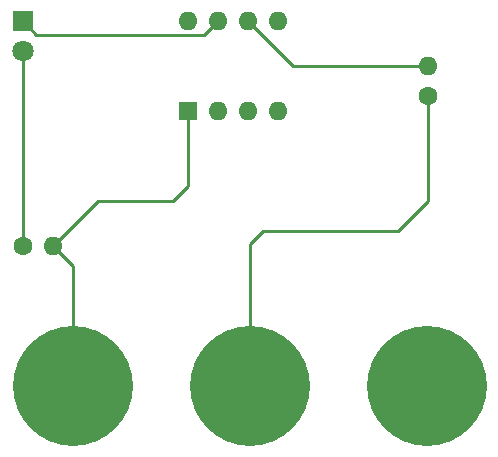
<source format=gtl>
%TF.GenerationSoftware,KiCad,Pcbnew,(5.1.10-1-10_14)*%
%TF.CreationDate,2022-02-21T01:09:22+09:00*%
%TF.ProjectId,SS60,53533630-2e6b-4696-9361-645f70636258,rev?*%
%TF.SameCoordinates,Original*%
%TF.FileFunction,Copper,L1,Top*%
%TF.FilePolarity,Positive*%
%FSLAX46Y46*%
G04 Gerber Fmt 4.6, Leading zero omitted, Abs format (unit mm)*
G04 Created by KiCad (PCBNEW (5.1.10-1-10_14)) date 2022-02-21 01:09:22*
%MOMM*%
%LPD*%
G01*
G04 APERTURE LIST*
%TA.AperFunction,ComponentPad*%
%ADD10R,1.800000X1.800000*%
%TD*%
%TA.AperFunction,ComponentPad*%
%ADD11C,1.800000*%
%TD*%
%TA.AperFunction,ComponentPad*%
%ADD12C,10.160000*%
%TD*%
%TA.AperFunction,ComponentPad*%
%ADD13C,1.600000*%
%TD*%
%TA.AperFunction,ComponentPad*%
%ADD14O,1.600000X1.600000*%
%TD*%
%TA.AperFunction,ComponentPad*%
%ADD15R,1.600000X1.600000*%
%TD*%
%TA.AperFunction,Conductor*%
%ADD16C,0.250000*%
%TD*%
G04 APERTURE END LIST*
D10*
%TO.P,D1,1*%
%TO.N,/uCtoLED*%
X115570000Y-69850000D03*
D11*
%TO.P,D1,2*%
%TO.N,/LEDtoR*%
X115570000Y-72390000D03*
%TD*%
D12*
%TO.P,J1,1*%
%TO.N,VCC*%
X119825001Y-100775001D03*
%TO.P,J1,3*%
%TO.N,GND*%
X149795001Y-100775001D03*
%TO.P,J1,2*%
%TO.N,Net-(J1-Pad2)*%
X134815001Y-100775001D03*
%TD*%
D13*
%TO.P,R1,1*%
%TO.N,/LEDtoR*%
X115570000Y-88900000D03*
D14*
%TO.P,R1,2*%
%TO.N,VCC*%
X118110000Y-88900000D03*
%TD*%
%TO.P,R2,2*%
%TO.N,/INPUT*%
X149860000Y-73660000D03*
D13*
%TO.P,R2,1*%
%TO.N,Net-(J1-Pad2)*%
X149860000Y-76200000D03*
%TD*%
D15*
%TO.P,U1,1*%
%TO.N,VCC*%
X129540000Y-77470000D03*
D14*
%TO.P,U1,5*%
%TO.N,Net-(U1-Pad5)*%
X137160000Y-69850000D03*
%TO.P,U1,2*%
%TO.N,Net-(U1-Pad2)*%
X132080000Y-77470000D03*
%TO.P,U1,6*%
%TO.N,/INPUT*%
X134620000Y-69850000D03*
%TO.P,U1,3*%
%TO.N,Net-(U1-Pad3)*%
X134620000Y-77470000D03*
%TO.P,U1,7*%
%TO.N,/uCtoLED*%
X132080000Y-69850000D03*
%TO.P,U1,4*%
%TO.N,Net-(U1-Pad4)*%
X137160000Y-77470000D03*
%TO.P,U1,8*%
%TO.N,GND*%
X129540000Y-69850000D03*
%TD*%
D16*
%TO.N,/uCtoLED*%
X130904999Y-71025001D02*
X132080000Y-69850000D01*
X116745001Y-71025001D02*
X130904999Y-71025001D01*
X115570000Y-69850000D02*
X116745001Y-71025001D01*
%TO.N,/LEDtoR*%
X115570000Y-72390000D02*
X115570000Y-88900000D01*
%TO.N,VCC*%
X119825001Y-90615001D02*
X118110000Y-88900000D01*
X119825001Y-100775001D02*
X119825001Y-90615001D01*
X118110000Y-88900000D02*
X121920000Y-85090000D01*
X121920000Y-85090000D02*
X128270000Y-85090000D01*
X128270000Y-85090000D02*
X129540000Y-83820000D01*
X129540000Y-83820000D02*
X129540000Y-77470000D01*
%TO.N,Net-(J1-Pad2)*%
X134815001Y-100775001D02*
X134815001Y-88704999D01*
X134815001Y-88704999D02*
X135890000Y-87630000D01*
X135890000Y-87630000D02*
X147320000Y-87630000D01*
X149860000Y-85090000D02*
X149860000Y-76200000D01*
X147320000Y-87630000D02*
X149860000Y-85090000D01*
%TO.N,/INPUT*%
X138430000Y-73660000D02*
X149860000Y-73660000D01*
X134620000Y-69850000D02*
X138430000Y-73660000D01*
%TD*%
M02*

</source>
